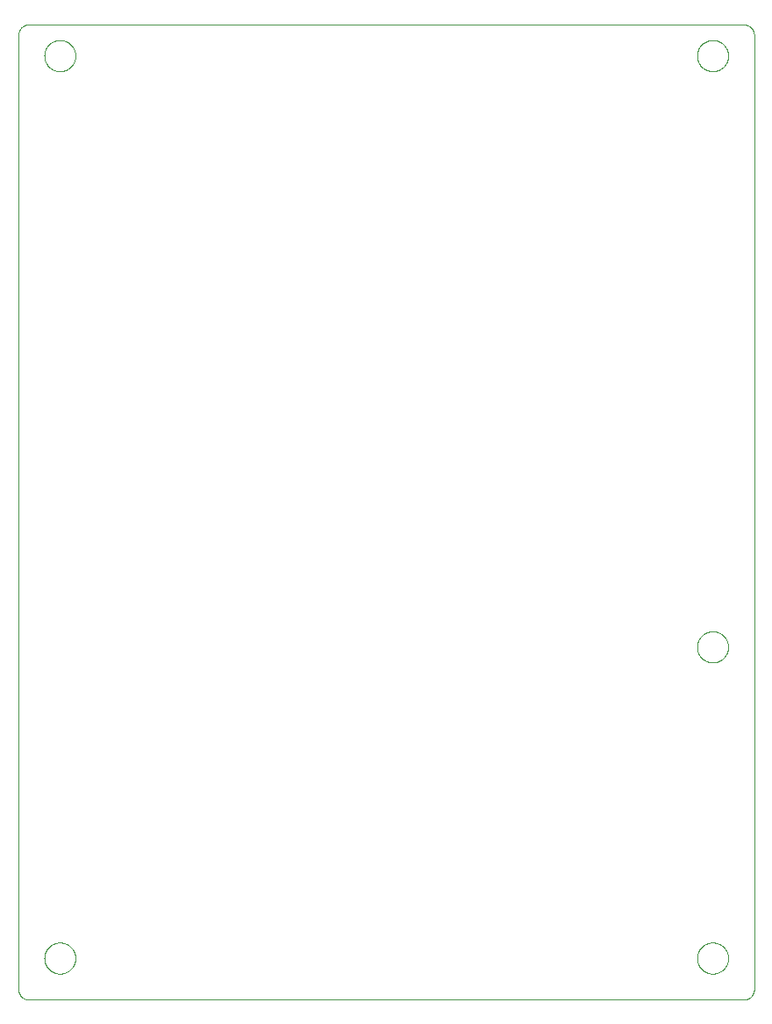
<source format=gtp>
G75*
%MOIN*%
%OFA0B0*%
%FSLAX25Y25*%
%IPPOS*%
%LPD*%
%AMOC8*
5,1,8,0,0,1.08239X$1,22.5*
%
%ADD10C,0.00000*%
D10*
X0005437Y0002252D02*
X0277091Y0002252D01*
X0277215Y0002254D01*
X0277338Y0002260D01*
X0277462Y0002269D01*
X0277584Y0002283D01*
X0277707Y0002300D01*
X0277829Y0002322D01*
X0277950Y0002347D01*
X0278070Y0002376D01*
X0278189Y0002408D01*
X0278308Y0002445D01*
X0278425Y0002485D01*
X0278540Y0002528D01*
X0278655Y0002576D01*
X0278767Y0002627D01*
X0278878Y0002681D01*
X0278988Y0002739D01*
X0279095Y0002800D01*
X0279201Y0002865D01*
X0279304Y0002933D01*
X0279405Y0003004D01*
X0279504Y0003078D01*
X0279601Y0003155D01*
X0279695Y0003236D01*
X0279786Y0003319D01*
X0279875Y0003405D01*
X0279961Y0003494D01*
X0280044Y0003585D01*
X0280125Y0003679D01*
X0280202Y0003776D01*
X0280276Y0003875D01*
X0280347Y0003976D01*
X0280415Y0004079D01*
X0280480Y0004185D01*
X0280541Y0004292D01*
X0280599Y0004402D01*
X0280653Y0004513D01*
X0280704Y0004625D01*
X0280752Y0004740D01*
X0280795Y0004855D01*
X0280835Y0004972D01*
X0280872Y0005091D01*
X0280904Y0005210D01*
X0280933Y0005330D01*
X0280958Y0005451D01*
X0280980Y0005573D01*
X0280997Y0005696D01*
X0281011Y0005818D01*
X0281020Y0005942D01*
X0281026Y0006065D01*
X0281028Y0006189D01*
X0281028Y0368394D01*
X0281026Y0368518D01*
X0281020Y0368641D01*
X0281011Y0368765D01*
X0280997Y0368887D01*
X0280980Y0369010D01*
X0280958Y0369132D01*
X0280933Y0369253D01*
X0280904Y0369373D01*
X0280872Y0369492D01*
X0280835Y0369611D01*
X0280795Y0369728D01*
X0280752Y0369843D01*
X0280704Y0369958D01*
X0280653Y0370070D01*
X0280599Y0370181D01*
X0280541Y0370291D01*
X0280480Y0370398D01*
X0280415Y0370504D01*
X0280347Y0370607D01*
X0280276Y0370708D01*
X0280202Y0370807D01*
X0280125Y0370904D01*
X0280044Y0370998D01*
X0279961Y0371089D01*
X0279875Y0371178D01*
X0279786Y0371264D01*
X0279695Y0371347D01*
X0279601Y0371428D01*
X0279504Y0371505D01*
X0279405Y0371579D01*
X0279304Y0371650D01*
X0279201Y0371718D01*
X0279095Y0371783D01*
X0278988Y0371844D01*
X0278878Y0371902D01*
X0278767Y0371956D01*
X0278655Y0372007D01*
X0278540Y0372055D01*
X0278425Y0372098D01*
X0278308Y0372138D01*
X0278189Y0372175D01*
X0278070Y0372207D01*
X0277950Y0372236D01*
X0277829Y0372261D01*
X0277707Y0372283D01*
X0277584Y0372300D01*
X0277462Y0372314D01*
X0277338Y0372323D01*
X0277215Y0372329D01*
X0277091Y0372331D01*
X0005437Y0372331D01*
X0005313Y0372329D01*
X0005190Y0372323D01*
X0005066Y0372314D01*
X0004944Y0372300D01*
X0004821Y0372283D01*
X0004699Y0372261D01*
X0004578Y0372236D01*
X0004458Y0372207D01*
X0004339Y0372175D01*
X0004220Y0372138D01*
X0004103Y0372098D01*
X0003988Y0372055D01*
X0003873Y0372007D01*
X0003761Y0371956D01*
X0003650Y0371902D01*
X0003540Y0371844D01*
X0003433Y0371783D01*
X0003327Y0371718D01*
X0003224Y0371650D01*
X0003123Y0371579D01*
X0003024Y0371505D01*
X0002927Y0371428D01*
X0002833Y0371347D01*
X0002742Y0371264D01*
X0002653Y0371178D01*
X0002567Y0371089D01*
X0002484Y0370998D01*
X0002403Y0370904D01*
X0002326Y0370807D01*
X0002252Y0370708D01*
X0002181Y0370607D01*
X0002113Y0370504D01*
X0002048Y0370398D01*
X0001987Y0370291D01*
X0001929Y0370181D01*
X0001875Y0370070D01*
X0001824Y0369958D01*
X0001776Y0369843D01*
X0001733Y0369728D01*
X0001693Y0369611D01*
X0001656Y0369492D01*
X0001624Y0369373D01*
X0001595Y0369253D01*
X0001570Y0369132D01*
X0001548Y0369010D01*
X0001531Y0368887D01*
X0001517Y0368765D01*
X0001508Y0368641D01*
X0001502Y0368518D01*
X0001500Y0368394D01*
X0001500Y0006189D01*
X0001502Y0006065D01*
X0001508Y0005942D01*
X0001517Y0005818D01*
X0001531Y0005696D01*
X0001548Y0005573D01*
X0001570Y0005451D01*
X0001595Y0005330D01*
X0001624Y0005210D01*
X0001656Y0005091D01*
X0001693Y0004972D01*
X0001733Y0004855D01*
X0001776Y0004740D01*
X0001824Y0004625D01*
X0001875Y0004513D01*
X0001929Y0004402D01*
X0001987Y0004292D01*
X0002048Y0004185D01*
X0002113Y0004079D01*
X0002181Y0003976D01*
X0002252Y0003875D01*
X0002326Y0003776D01*
X0002403Y0003679D01*
X0002484Y0003585D01*
X0002567Y0003494D01*
X0002653Y0003405D01*
X0002742Y0003319D01*
X0002833Y0003236D01*
X0002927Y0003155D01*
X0003024Y0003078D01*
X0003123Y0003004D01*
X0003224Y0002933D01*
X0003327Y0002865D01*
X0003433Y0002800D01*
X0003540Y0002739D01*
X0003650Y0002681D01*
X0003761Y0002627D01*
X0003873Y0002576D01*
X0003988Y0002528D01*
X0004103Y0002485D01*
X0004220Y0002445D01*
X0004339Y0002408D01*
X0004458Y0002376D01*
X0004578Y0002347D01*
X0004699Y0002322D01*
X0004821Y0002300D01*
X0004944Y0002283D01*
X0005066Y0002269D01*
X0005190Y0002260D01*
X0005313Y0002254D01*
X0005437Y0002252D01*
X0011342Y0018000D02*
X0011344Y0018153D01*
X0011350Y0018307D01*
X0011360Y0018460D01*
X0011374Y0018612D01*
X0011392Y0018765D01*
X0011414Y0018916D01*
X0011439Y0019067D01*
X0011469Y0019218D01*
X0011503Y0019368D01*
X0011540Y0019516D01*
X0011581Y0019664D01*
X0011626Y0019810D01*
X0011675Y0019956D01*
X0011728Y0020100D01*
X0011784Y0020242D01*
X0011844Y0020383D01*
X0011908Y0020523D01*
X0011975Y0020661D01*
X0012046Y0020797D01*
X0012121Y0020931D01*
X0012198Y0021063D01*
X0012280Y0021193D01*
X0012364Y0021321D01*
X0012452Y0021447D01*
X0012543Y0021570D01*
X0012637Y0021691D01*
X0012735Y0021809D01*
X0012835Y0021925D01*
X0012939Y0022038D01*
X0013045Y0022149D01*
X0013154Y0022257D01*
X0013266Y0022362D01*
X0013380Y0022463D01*
X0013498Y0022562D01*
X0013617Y0022658D01*
X0013739Y0022751D01*
X0013864Y0022840D01*
X0013991Y0022927D01*
X0014120Y0023009D01*
X0014251Y0023089D01*
X0014384Y0023165D01*
X0014519Y0023238D01*
X0014656Y0023307D01*
X0014795Y0023372D01*
X0014935Y0023434D01*
X0015077Y0023492D01*
X0015220Y0023547D01*
X0015365Y0023598D01*
X0015511Y0023645D01*
X0015658Y0023688D01*
X0015806Y0023727D01*
X0015955Y0023763D01*
X0016105Y0023794D01*
X0016256Y0023822D01*
X0016407Y0023846D01*
X0016560Y0023866D01*
X0016712Y0023882D01*
X0016865Y0023894D01*
X0017018Y0023902D01*
X0017171Y0023906D01*
X0017325Y0023906D01*
X0017478Y0023902D01*
X0017631Y0023894D01*
X0017784Y0023882D01*
X0017936Y0023866D01*
X0018089Y0023846D01*
X0018240Y0023822D01*
X0018391Y0023794D01*
X0018541Y0023763D01*
X0018690Y0023727D01*
X0018838Y0023688D01*
X0018985Y0023645D01*
X0019131Y0023598D01*
X0019276Y0023547D01*
X0019419Y0023492D01*
X0019561Y0023434D01*
X0019701Y0023372D01*
X0019840Y0023307D01*
X0019977Y0023238D01*
X0020112Y0023165D01*
X0020245Y0023089D01*
X0020376Y0023009D01*
X0020505Y0022927D01*
X0020632Y0022840D01*
X0020757Y0022751D01*
X0020879Y0022658D01*
X0020998Y0022562D01*
X0021116Y0022463D01*
X0021230Y0022362D01*
X0021342Y0022257D01*
X0021451Y0022149D01*
X0021557Y0022038D01*
X0021661Y0021925D01*
X0021761Y0021809D01*
X0021859Y0021691D01*
X0021953Y0021570D01*
X0022044Y0021447D01*
X0022132Y0021321D01*
X0022216Y0021193D01*
X0022298Y0021063D01*
X0022375Y0020931D01*
X0022450Y0020797D01*
X0022521Y0020661D01*
X0022588Y0020523D01*
X0022652Y0020383D01*
X0022712Y0020242D01*
X0022768Y0020100D01*
X0022821Y0019956D01*
X0022870Y0019810D01*
X0022915Y0019664D01*
X0022956Y0019516D01*
X0022993Y0019368D01*
X0023027Y0019218D01*
X0023057Y0019067D01*
X0023082Y0018916D01*
X0023104Y0018765D01*
X0023122Y0018612D01*
X0023136Y0018460D01*
X0023146Y0018307D01*
X0023152Y0018153D01*
X0023154Y0018000D01*
X0023152Y0017847D01*
X0023146Y0017693D01*
X0023136Y0017540D01*
X0023122Y0017388D01*
X0023104Y0017235D01*
X0023082Y0017084D01*
X0023057Y0016933D01*
X0023027Y0016782D01*
X0022993Y0016632D01*
X0022956Y0016484D01*
X0022915Y0016336D01*
X0022870Y0016190D01*
X0022821Y0016044D01*
X0022768Y0015900D01*
X0022712Y0015758D01*
X0022652Y0015617D01*
X0022588Y0015477D01*
X0022521Y0015339D01*
X0022450Y0015203D01*
X0022375Y0015069D01*
X0022298Y0014937D01*
X0022216Y0014807D01*
X0022132Y0014679D01*
X0022044Y0014553D01*
X0021953Y0014430D01*
X0021859Y0014309D01*
X0021761Y0014191D01*
X0021661Y0014075D01*
X0021557Y0013962D01*
X0021451Y0013851D01*
X0021342Y0013743D01*
X0021230Y0013638D01*
X0021116Y0013537D01*
X0020998Y0013438D01*
X0020879Y0013342D01*
X0020757Y0013249D01*
X0020632Y0013160D01*
X0020505Y0013073D01*
X0020376Y0012991D01*
X0020245Y0012911D01*
X0020112Y0012835D01*
X0019977Y0012762D01*
X0019840Y0012693D01*
X0019701Y0012628D01*
X0019561Y0012566D01*
X0019419Y0012508D01*
X0019276Y0012453D01*
X0019131Y0012402D01*
X0018985Y0012355D01*
X0018838Y0012312D01*
X0018690Y0012273D01*
X0018541Y0012237D01*
X0018391Y0012206D01*
X0018240Y0012178D01*
X0018089Y0012154D01*
X0017936Y0012134D01*
X0017784Y0012118D01*
X0017631Y0012106D01*
X0017478Y0012098D01*
X0017325Y0012094D01*
X0017171Y0012094D01*
X0017018Y0012098D01*
X0016865Y0012106D01*
X0016712Y0012118D01*
X0016560Y0012134D01*
X0016407Y0012154D01*
X0016256Y0012178D01*
X0016105Y0012206D01*
X0015955Y0012237D01*
X0015806Y0012273D01*
X0015658Y0012312D01*
X0015511Y0012355D01*
X0015365Y0012402D01*
X0015220Y0012453D01*
X0015077Y0012508D01*
X0014935Y0012566D01*
X0014795Y0012628D01*
X0014656Y0012693D01*
X0014519Y0012762D01*
X0014384Y0012835D01*
X0014251Y0012911D01*
X0014120Y0012991D01*
X0013991Y0013073D01*
X0013864Y0013160D01*
X0013739Y0013249D01*
X0013617Y0013342D01*
X0013498Y0013438D01*
X0013380Y0013537D01*
X0013266Y0013638D01*
X0013154Y0013743D01*
X0013045Y0013851D01*
X0012939Y0013962D01*
X0012835Y0014075D01*
X0012735Y0014191D01*
X0012637Y0014309D01*
X0012543Y0014430D01*
X0012452Y0014553D01*
X0012364Y0014679D01*
X0012280Y0014807D01*
X0012198Y0014937D01*
X0012121Y0015069D01*
X0012046Y0015203D01*
X0011975Y0015339D01*
X0011908Y0015477D01*
X0011844Y0015617D01*
X0011784Y0015758D01*
X0011728Y0015900D01*
X0011675Y0016044D01*
X0011626Y0016190D01*
X0011581Y0016336D01*
X0011540Y0016484D01*
X0011503Y0016632D01*
X0011469Y0016782D01*
X0011439Y0016933D01*
X0011414Y0017084D01*
X0011392Y0017235D01*
X0011374Y0017388D01*
X0011360Y0017540D01*
X0011350Y0017693D01*
X0011344Y0017847D01*
X0011342Y0018000D01*
X0259374Y0018000D02*
X0259376Y0018153D01*
X0259382Y0018307D01*
X0259392Y0018460D01*
X0259406Y0018612D01*
X0259424Y0018765D01*
X0259446Y0018916D01*
X0259471Y0019067D01*
X0259501Y0019218D01*
X0259535Y0019368D01*
X0259572Y0019516D01*
X0259613Y0019664D01*
X0259658Y0019810D01*
X0259707Y0019956D01*
X0259760Y0020100D01*
X0259816Y0020242D01*
X0259876Y0020383D01*
X0259940Y0020523D01*
X0260007Y0020661D01*
X0260078Y0020797D01*
X0260153Y0020931D01*
X0260230Y0021063D01*
X0260312Y0021193D01*
X0260396Y0021321D01*
X0260484Y0021447D01*
X0260575Y0021570D01*
X0260669Y0021691D01*
X0260767Y0021809D01*
X0260867Y0021925D01*
X0260971Y0022038D01*
X0261077Y0022149D01*
X0261186Y0022257D01*
X0261298Y0022362D01*
X0261412Y0022463D01*
X0261530Y0022562D01*
X0261649Y0022658D01*
X0261771Y0022751D01*
X0261896Y0022840D01*
X0262023Y0022927D01*
X0262152Y0023009D01*
X0262283Y0023089D01*
X0262416Y0023165D01*
X0262551Y0023238D01*
X0262688Y0023307D01*
X0262827Y0023372D01*
X0262967Y0023434D01*
X0263109Y0023492D01*
X0263252Y0023547D01*
X0263397Y0023598D01*
X0263543Y0023645D01*
X0263690Y0023688D01*
X0263838Y0023727D01*
X0263987Y0023763D01*
X0264137Y0023794D01*
X0264288Y0023822D01*
X0264439Y0023846D01*
X0264592Y0023866D01*
X0264744Y0023882D01*
X0264897Y0023894D01*
X0265050Y0023902D01*
X0265203Y0023906D01*
X0265357Y0023906D01*
X0265510Y0023902D01*
X0265663Y0023894D01*
X0265816Y0023882D01*
X0265968Y0023866D01*
X0266121Y0023846D01*
X0266272Y0023822D01*
X0266423Y0023794D01*
X0266573Y0023763D01*
X0266722Y0023727D01*
X0266870Y0023688D01*
X0267017Y0023645D01*
X0267163Y0023598D01*
X0267308Y0023547D01*
X0267451Y0023492D01*
X0267593Y0023434D01*
X0267733Y0023372D01*
X0267872Y0023307D01*
X0268009Y0023238D01*
X0268144Y0023165D01*
X0268277Y0023089D01*
X0268408Y0023009D01*
X0268537Y0022927D01*
X0268664Y0022840D01*
X0268789Y0022751D01*
X0268911Y0022658D01*
X0269030Y0022562D01*
X0269148Y0022463D01*
X0269262Y0022362D01*
X0269374Y0022257D01*
X0269483Y0022149D01*
X0269589Y0022038D01*
X0269693Y0021925D01*
X0269793Y0021809D01*
X0269891Y0021691D01*
X0269985Y0021570D01*
X0270076Y0021447D01*
X0270164Y0021321D01*
X0270248Y0021193D01*
X0270330Y0021063D01*
X0270407Y0020931D01*
X0270482Y0020797D01*
X0270553Y0020661D01*
X0270620Y0020523D01*
X0270684Y0020383D01*
X0270744Y0020242D01*
X0270800Y0020100D01*
X0270853Y0019956D01*
X0270902Y0019810D01*
X0270947Y0019664D01*
X0270988Y0019516D01*
X0271025Y0019368D01*
X0271059Y0019218D01*
X0271089Y0019067D01*
X0271114Y0018916D01*
X0271136Y0018765D01*
X0271154Y0018612D01*
X0271168Y0018460D01*
X0271178Y0018307D01*
X0271184Y0018153D01*
X0271186Y0018000D01*
X0271184Y0017847D01*
X0271178Y0017693D01*
X0271168Y0017540D01*
X0271154Y0017388D01*
X0271136Y0017235D01*
X0271114Y0017084D01*
X0271089Y0016933D01*
X0271059Y0016782D01*
X0271025Y0016632D01*
X0270988Y0016484D01*
X0270947Y0016336D01*
X0270902Y0016190D01*
X0270853Y0016044D01*
X0270800Y0015900D01*
X0270744Y0015758D01*
X0270684Y0015617D01*
X0270620Y0015477D01*
X0270553Y0015339D01*
X0270482Y0015203D01*
X0270407Y0015069D01*
X0270330Y0014937D01*
X0270248Y0014807D01*
X0270164Y0014679D01*
X0270076Y0014553D01*
X0269985Y0014430D01*
X0269891Y0014309D01*
X0269793Y0014191D01*
X0269693Y0014075D01*
X0269589Y0013962D01*
X0269483Y0013851D01*
X0269374Y0013743D01*
X0269262Y0013638D01*
X0269148Y0013537D01*
X0269030Y0013438D01*
X0268911Y0013342D01*
X0268789Y0013249D01*
X0268664Y0013160D01*
X0268537Y0013073D01*
X0268408Y0012991D01*
X0268277Y0012911D01*
X0268144Y0012835D01*
X0268009Y0012762D01*
X0267872Y0012693D01*
X0267733Y0012628D01*
X0267593Y0012566D01*
X0267451Y0012508D01*
X0267308Y0012453D01*
X0267163Y0012402D01*
X0267017Y0012355D01*
X0266870Y0012312D01*
X0266722Y0012273D01*
X0266573Y0012237D01*
X0266423Y0012206D01*
X0266272Y0012178D01*
X0266121Y0012154D01*
X0265968Y0012134D01*
X0265816Y0012118D01*
X0265663Y0012106D01*
X0265510Y0012098D01*
X0265357Y0012094D01*
X0265203Y0012094D01*
X0265050Y0012098D01*
X0264897Y0012106D01*
X0264744Y0012118D01*
X0264592Y0012134D01*
X0264439Y0012154D01*
X0264288Y0012178D01*
X0264137Y0012206D01*
X0263987Y0012237D01*
X0263838Y0012273D01*
X0263690Y0012312D01*
X0263543Y0012355D01*
X0263397Y0012402D01*
X0263252Y0012453D01*
X0263109Y0012508D01*
X0262967Y0012566D01*
X0262827Y0012628D01*
X0262688Y0012693D01*
X0262551Y0012762D01*
X0262416Y0012835D01*
X0262283Y0012911D01*
X0262152Y0012991D01*
X0262023Y0013073D01*
X0261896Y0013160D01*
X0261771Y0013249D01*
X0261649Y0013342D01*
X0261530Y0013438D01*
X0261412Y0013537D01*
X0261298Y0013638D01*
X0261186Y0013743D01*
X0261077Y0013851D01*
X0260971Y0013962D01*
X0260867Y0014075D01*
X0260767Y0014191D01*
X0260669Y0014309D01*
X0260575Y0014430D01*
X0260484Y0014553D01*
X0260396Y0014679D01*
X0260312Y0014807D01*
X0260230Y0014937D01*
X0260153Y0015069D01*
X0260078Y0015203D01*
X0260007Y0015339D01*
X0259940Y0015477D01*
X0259876Y0015617D01*
X0259816Y0015758D01*
X0259760Y0015900D01*
X0259707Y0016044D01*
X0259658Y0016190D01*
X0259613Y0016336D01*
X0259572Y0016484D01*
X0259535Y0016632D01*
X0259501Y0016782D01*
X0259471Y0016933D01*
X0259446Y0017084D01*
X0259424Y0017235D01*
X0259406Y0017388D01*
X0259392Y0017540D01*
X0259382Y0017693D01*
X0259376Y0017847D01*
X0259374Y0018000D01*
X0259374Y0136110D02*
X0259376Y0136263D01*
X0259382Y0136417D01*
X0259392Y0136570D01*
X0259406Y0136722D01*
X0259424Y0136875D01*
X0259446Y0137026D01*
X0259471Y0137177D01*
X0259501Y0137328D01*
X0259535Y0137478D01*
X0259572Y0137626D01*
X0259613Y0137774D01*
X0259658Y0137920D01*
X0259707Y0138066D01*
X0259760Y0138210D01*
X0259816Y0138352D01*
X0259876Y0138493D01*
X0259940Y0138633D01*
X0260007Y0138771D01*
X0260078Y0138907D01*
X0260153Y0139041D01*
X0260230Y0139173D01*
X0260312Y0139303D01*
X0260396Y0139431D01*
X0260484Y0139557D01*
X0260575Y0139680D01*
X0260669Y0139801D01*
X0260767Y0139919D01*
X0260867Y0140035D01*
X0260971Y0140148D01*
X0261077Y0140259D01*
X0261186Y0140367D01*
X0261298Y0140472D01*
X0261412Y0140573D01*
X0261530Y0140672D01*
X0261649Y0140768D01*
X0261771Y0140861D01*
X0261896Y0140950D01*
X0262023Y0141037D01*
X0262152Y0141119D01*
X0262283Y0141199D01*
X0262416Y0141275D01*
X0262551Y0141348D01*
X0262688Y0141417D01*
X0262827Y0141482D01*
X0262967Y0141544D01*
X0263109Y0141602D01*
X0263252Y0141657D01*
X0263397Y0141708D01*
X0263543Y0141755D01*
X0263690Y0141798D01*
X0263838Y0141837D01*
X0263987Y0141873D01*
X0264137Y0141904D01*
X0264288Y0141932D01*
X0264439Y0141956D01*
X0264592Y0141976D01*
X0264744Y0141992D01*
X0264897Y0142004D01*
X0265050Y0142012D01*
X0265203Y0142016D01*
X0265357Y0142016D01*
X0265510Y0142012D01*
X0265663Y0142004D01*
X0265816Y0141992D01*
X0265968Y0141976D01*
X0266121Y0141956D01*
X0266272Y0141932D01*
X0266423Y0141904D01*
X0266573Y0141873D01*
X0266722Y0141837D01*
X0266870Y0141798D01*
X0267017Y0141755D01*
X0267163Y0141708D01*
X0267308Y0141657D01*
X0267451Y0141602D01*
X0267593Y0141544D01*
X0267733Y0141482D01*
X0267872Y0141417D01*
X0268009Y0141348D01*
X0268144Y0141275D01*
X0268277Y0141199D01*
X0268408Y0141119D01*
X0268537Y0141037D01*
X0268664Y0140950D01*
X0268789Y0140861D01*
X0268911Y0140768D01*
X0269030Y0140672D01*
X0269148Y0140573D01*
X0269262Y0140472D01*
X0269374Y0140367D01*
X0269483Y0140259D01*
X0269589Y0140148D01*
X0269693Y0140035D01*
X0269793Y0139919D01*
X0269891Y0139801D01*
X0269985Y0139680D01*
X0270076Y0139557D01*
X0270164Y0139431D01*
X0270248Y0139303D01*
X0270330Y0139173D01*
X0270407Y0139041D01*
X0270482Y0138907D01*
X0270553Y0138771D01*
X0270620Y0138633D01*
X0270684Y0138493D01*
X0270744Y0138352D01*
X0270800Y0138210D01*
X0270853Y0138066D01*
X0270902Y0137920D01*
X0270947Y0137774D01*
X0270988Y0137626D01*
X0271025Y0137478D01*
X0271059Y0137328D01*
X0271089Y0137177D01*
X0271114Y0137026D01*
X0271136Y0136875D01*
X0271154Y0136722D01*
X0271168Y0136570D01*
X0271178Y0136417D01*
X0271184Y0136263D01*
X0271186Y0136110D01*
X0271184Y0135957D01*
X0271178Y0135803D01*
X0271168Y0135650D01*
X0271154Y0135498D01*
X0271136Y0135345D01*
X0271114Y0135194D01*
X0271089Y0135043D01*
X0271059Y0134892D01*
X0271025Y0134742D01*
X0270988Y0134594D01*
X0270947Y0134446D01*
X0270902Y0134300D01*
X0270853Y0134154D01*
X0270800Y0134010D01*
X0270744Y0133868D01*
X0270684Y0133727D01*
X0270620Y0133587D01*
X0270553Y0133449D01*
X0270482Y0133313D01*
X0270407Y0133179D01*
X0270330Y0133047D01*
X0270248Y0132917D01*
X0270164Y0132789D01*
X0270076Y0132663D01*
X0269985Y0132540D01*
X0269891Y0132419D01*
X0269793Y0132301D01*
X0269693Y0132185D01*
X0269589Y0132072D01*
X0269483Y0131961D01*
X0269374Y0131853D01*
X0269262Y0131748D01*
X0269148Y0131647D01*
X0269030Y0131548D01*
X0268911Y0131452D01*
X0268789Y0131359D01*
X0268664Y0131270D01*
X0268537Y0131183D01*
X0268408Y0131101D01*
X0268277Y0131021D01*
X0268144Y0130945D01*
X0268009Y0130872D01*
X0267872Y0130803D01*
X0267733Y0130738D01*
X0267593Y0130676D01*
X0267451Y0130618D01*
X0267308Y0130563D01*
X0267163Y0130512D01*
X0267017Y0130465D01*
X0266870Y0130422D01*
X0266722Y0130383D01*
X0266573Y0130347D01*
X0266423Y0130316D01*
X0266272Y0130288D01*
X0266121Y0130264D01*
X0265968Y0130244D01*
X0265816Y0130228D01*
X0265663Y0130216D01*
X0265510Y0130208D01*
X0265357Y0130204D01*
X0265203Y0130204D01*
X0265050Y0130208D01*
X0264897Y0130216D01*
X0264744Y0130228D01*
X0264592Y0130244D01*
X0264439Y0130264D01*
X0264288Y0130288D01*
X0264137Y0130316D01*
X0263987Y0130347D01*
X0263838Y0130383D01*
X0263690Y0130422D01*
X0263543Y0130465D01*
X0263397Y0130512D01*
X0263252Y0130563D01*
X0263109Y0130618D01*
X0262967Y0130676D01*
X0262827Y0130738D01*
X0262688Y0130803D01*
X0262551Y0130872D01*
X0262416Y0130945D01*
X0262283Y0131021D01*
X0262152Y0131101D01*
X0262023Y0131183D01*
X0261896Y0131270D01*
X0261771Y0131359D01*
X0261649Y0131452D01*
X0261530Y0131548D01*
X0261412Y0131647D01*
X0261298Y0131748D01*
X0261186Y0131853D01*
X0261077Y0131961D01*
X0260971Y0132072D01*
X0260867Y0132185D01*
X0260767Y0132301D01*
X0260669Y0132419D01*
X0260575Y0132540D01*
X0260484Y0132663D01*
X0260396Y0132789D01*
X0260312Y0132917D01*
X0260230Y0133047D01*
X0260153Y0133179D01*
X0260078Y0133313D01*
X0260007Y0133449D01*
X0259940Y0133587D01*
X0259876Y0133727D01*
X0259816Y0133868D01*
X0259760Y0134010D01*
X0259707Y0134154D01*
X0259658Y0134300D01*
X0259613Y0134446D01*
X0259572Y0134594D01*
X0259535Y0134742D01*
X0259501Y0134892D01*
X0259471Y0135043D01*
X0259446Y0135194D01*
X0259424Y0135345D01*
X0259406Y0135498D01*
X0259392Y0135650D01*
X0259382Y0135803D01*
X0259376Y0135957D01*
X0259374Y0136110D01*
X0259374Y0360520D02*
X0259376Y0360673D01*
X0259382Y0360827D01*
X0259392Y0360980D01*
X0259406Y0361132D01*
X0259424Y0361285D01*
X0259446Y0361436D01*
X0259471Y0361587D01*
X0259501Y0361738D01*
X0259535Y0361888D01*
X0259572Y0362036D01*
X0259613Y0362184D01*
X0259658Y0362330D01*
X0259707Y0362476D01*
X0259760Y0362620D01*
X0259816Y0362762D01*
X0259876Y0362903D01*
X0259940Y0363043D01*
X0260007Y0363181D01*
X0260078Y0363317D01*
X0260153Y0363451D01*
X0260230Y0363583D01*
X0260312Y0363713D01*
X0260396Y0363841D01*
X0260484Y0363967D01*
X0260575Y0364090D01*
X0260669Y0364211D01*
X0260767Y0364329D01*
X0260867Y0364445D01*
X0260971Y0364558D01*
X0261077Y0364669D01*
X0261186Y0364777D01*
X0261298Y0364882D01*
X0261412Y0364983D01*
X0261530Y0365082D01*
X0261649Y0365178D01*
X0261771Y0365271D01*
X0261896Y0365360D01*
X0262023Y0365447D01*
X0262152Y0365529D01*
X0262283Y0365609D01*
X0262416Y0365685D01*
X0262551Y0365758D01*
X0262688Y0365827D01*
X0262827Y0365892D01*
X0262967Y0365954D01*
X0263109Y0366012D01*
X0263252Y0366067D01*
X0263397Y0366118D01*
X0263543Y0366165D01*
X0263690Y0366208D01*
X0263838Y0366247D01*
X0263987Y0366283D01*
X0264137Y0366314D01*
X0264288Y0366342D01*
X0264439Y0366366D01*
X0264592Y0366386D01*
X0264744Y0366402D01*
X0264897Y0366414D01*
X0265050Y0366422D01*
X0265203Y0366426D01*
X0265357Y0366426D01*
X0265510Y0366422D01*
X0265663Y0366414D01*
X0265816Y0366402D01*
X0265968Y0366386D01*
X0266121Y0366366D01*
X0266272Y0366342D01*
X0266423Y0366314D01*
X0266573Y0366283D01*
X0266722Y0366247D01*
X0266870Y0366208D01*
X0267017Y0366165D01*
X0267163Y0366118D01*
X0267308Y0366067D01*
X0267451Y0366012D01*
X0267593Y0365954D01*
X0267733Y0365892D01*
X0267872Y0365827D01*
X0268009Y0365758D01*
X0268144Y0365685D01*
X0268277Y0365609D01*
X0268408Y0365529D01*
X0268537Y0365447D01*
X0268664Y0365360D01*
X0268789Y0365271D01*
X0268911Y0365178D01*
X0269030Y0365082D01*
X0269148Y0364983D01*
X0269262Y0364882D01*
X0269374Y0364777D01*
X0269483Y0364669D01*
X0269589Y0364558D01*
X0269693Y0364445D01*
X0269793Y0364329D01*
X0269891Y0364211D01*
X0269985Y0364090D01*
X0270076Y0363967D01*
X0270164Y0363841D01*
X0270248Y0363713D01*
X0270330Y0363583D01*
X0270407Y0363451D01*
X0270482Y0363317D01*
X0270553Y0363181D01*
X0270620Y0363043D01*
X0270684Y0362903D01*
X0270744Y0362762D01*
X0270800Y0362620D01*
X0270853Y0362476D01*
X0270902Y0362330D01*
X0270947Y0362184D01*
X0270988Y0362036D01*
X0271025Y0361888D01*
X0271059Y0361738D01*
X0271089Y0361587D01*
X0271114Y0361436D01*
X0271136Y0361285D01*
X0271154Y0361132D01*
X0271168Y0360980D01*
X0271178Y0360827D01*
X0271184Y0360673D01*
X0271186Y0360520D01*
X0271184Y0360367D01*
X0271178Y0360213D01*
X0271168Y0360060D01*
X0271154Y0359908D01*
X0271136Y0359755D01*
X0271114Y0359604D01*
X0271089Y0359453D01*
X0271059Y0359302D01*
X0271025Y0359152D01*
X0270988Y0359004D01*
X0270947Y0358856D01*
X0270902Y0358710D01*
X0270853Y0358564D01*
X0270800Y0358420D01*
X0270744Y0358278D01*
X0270684Y0358137D01*
X0270620Y0357997D01*
X0270553Y0357859D01*
X0270482Y0357723D01*
X0270407Y0357589D01*
X0270330Y0357457D01*
X0270248Y0357327D01*
X0270164Y0357199D01*
X0270076Y0357073D01*
X0269985Y0356950D01*
X0269891Y0356829D01*
X0269793Y0356711D01*
X0269693Y0356595D01*
X0269589Y0356482D01*
X0269483Y0356371D01*
X0269374Y0356263D01*
X0269262Y0356158D01*
X0269148Y0356057D01*
X0269030Y0355958D01*
X0268911Y0355862D01*
X0268789Y0355769D01*
X0268664Y0355680D01*
X0268537Y0355593D01*
X0268408Y0355511D01*
X0268277Y0355431D01*
X0268144Y0355355D01*
X0268009Y0355282D01*
X0267872Y0355213D01*
X0267733Y0355148D01*
X0267593Y0355086D01*
X0267451Y0355028D01*
X0267308Y0354973D01*
X0267163Y0354922D01*
X0267017Y0354875D01*
X0266870Y0354832D01*
X0266722Y0354793D01*
X0266573Y0354757D01*
X0266423Y0354726D01*
X0266272Y0354698D01*
X0266121Y0354674D01*
X0265968Y0354654D01*
X0265816Y0354638D01*
X0265663Y0354626D01*
X0265510Y0354618D01*
X0265357Y0354614D01*
X0265203Y0354614D01*
X0265050Y0354618D01*
X0264897Y0354626D01*
X0264744Y0354638D01*
X0264592Y0354654D01*
X0264439Y0354674D01*
X0264288Y0354698D01*
X0264137Y0354726D01*
X0263987Y0354757D01*
X0263838Y0354793D01*
X0263690Y0354832D01*
X0263543Y0354875D01*
X0263397Y0354922D01*
X0263252Y0354973D01*
X0263109Y0355028D01*
X0262967Y0355086D01*
X0262827Y0355148D01*
X0262688Y0355213D01*
X0262551Y0355282D01*
X0262416Y0355355D01*
X0262283Y0355431D01*
X0262152Y0355511D01*
X0262023Y0355593D01*
X0261896Y0355680D01*
X0261771Y0355769D01*
X0261649Y0355862D01*
X0261530Y0355958D01*
X0261412Y0356057D01*
X0261298Y0356158D01*
X0261186Y0356263D01*
X0261077Y0356371D01*
X0260971Y0356482D01*
X0260867Y0356595D01*
X0260767Y0356711D01*
X0260669Y0356829D01*
X0260575Y0356950D01*
X0260484Y0357073D01*
X0260396Y0357199D01*
X0260312Y0357327D01*
X0260230Y0357457D01*
X0260153Y0357589D01*
X0260078Y0357723D01*
X0260007Y0357859D01*
X0259940Y0357997D01*
X0259876Y0358137D01*
X0259816Y0358278D01*
X0259760Y0358420D01*
X0259707Y0358564D01*
X0259658Y0358710D01*
X0259613Y0358856D01*
X0259572Y0359004D01*
X0259535Y0359152D01*
X0259501Y0359302D01*
X0259471Y0359453D01*
X0259446Y0359604D01*
X0259424Y0359755D01*
X0259406Y0359908D01*
X0259392Y0360060D01*
X0259382Y0360213D01*
X0259376Y0360367D01*
X0259374Y0360520D01*
X0011342Y0360520D02*
X0011344Y0360673D01*
X0011350Y0360827D01*
X0011360Y0360980D01*
X0011374Y0361132D01*
X0011392Y0361285D01*
X0011414Y0361436D01*
X0011439Y0361587D01*
X0011469Y0361738D01*
X0011503Y0361888D01*
X0011540Y0362036D01*
X0011581Y0362184D01*
X0011626Y0362330D01*
X0011675Y0362476D01*
X0011728Y0362620D01*
X0011784Y0362762D01*
X0011844Y0362903D01*
X0011908Y0363043D01*
X0011975Y0363181D01*
X0012046Y0363317D01*
X0012121Y0363451D01*
X0012198Y0363583D01*
X0012280Y0363713D01*
X0012364Y0363841D01*
X0012452Y0363967D01*
X0012543Y0364090D01*
X0012637Y0364211D01*
X0012735Y0364329D01*
X0012835Y0364445D01*
X0012939Y0364558D01*
X0013045Y0364669D01*
X0013154Y0364777D01*
X0013266Y0364882D01*
X0013380Y0364983D01*
X0013498Y0365082D01*
X0013617Y0365178D01*
X0013739Y0365271D01*
X0013864Y0365360D01*
X0013991Y0365447D01*
X0014120Y0365529D01*
X0014251Y0365609D01*
X0014384Y0365685D01*
X0014519Y0365758D01*
X0014656Y0365827D01*
X0014795Y0365892D01*
X0014935Y0365954D01*
X0015077Y0366012D01*
X0015220Y0366067D01*
X0015365Y0366118D01*
X0015511Y0366165D01*
X0015658Y0366208D01*
X0015806Y0366247D01*
X0015955Y0366283D01*
X0016105Y0366314D01*
X0016256Y0366342D01*
X0016407Y0366366D01*
X0016560Y0366386D01*
X0016712Y0366402D01*
X0016865Y0366414D01*
X0017018Y0366422D01*
X0017171Y0366426D01*
X0017325Y0366426D01*
X0017478Y0366422D01*
X0017631Y0366414D01*
X0017784Y0366402D01*
X0017936Y0366386D01*
X0018089Y0366366D01*
X0018240Y0366342D01*
X0018391Y0366314D01*
X0018541Y0366283D01*
X0018690Y0366247D01*
X0018838Y0366208D01*
X0018985Y0366165D01*
X0019131Y0366118D01*
X0019276Y0366067D01*
X0019419Y0366012D01*
X0019561Y0365954D01*
X0019701Y0365892D01*
X0019840Y0365827D01*
X0019977Y0365758D01*
X0020112Y0365685D01*
X0020245Y0365609D01*
X0020376Y0365529D01*
X0020505Y0365447D01*
X0020632Y0365360D01*
X0020757Y0365271D01*
X0020879Y0365178D01*
X0020998Y0365082D01*
X0021116Y0364983D01*
X0021230Y0364882D01*
X0021342Y0364777D01*
X0021451Y0364669D01*
X0021557Y0364558D01*
X0021661Y0364445D01*
X0021761Y0364329D01*
X0021859Y0364211D01*
X0021953Y0364090D01*
X0022044Y0363967D01*
X0022132Y0363841D01*
X0022216Y0363713D01*
X0022298Y0363583D01*
X0022375Y0363451D01*
X0022450Y0363317D01*
X0022521Y0363181D01*
X0022588Y0363043D01*
X0022652Y0362903D01*
X0022712Y0362762D01*
X0022768Y0362620D01*
X0022821Y0362476D01*
X0022870Y0362330D01*
X0022915Y0362184D01*
X0022956Y0362036D01*
X0022993Y0361888D01*
X0023027Y0361738D01*
X0023057Y0361587D01*
X0023082Y0361436D01*
X0023104Y0361285D01*
X0023122Y0361132D01*
X0023136Y0360980D01*
X0023146Y0360827D01*
X0023152Y0360673D01*
X0023154Y0360520D01*
X0023152Y0360367D01*
X0023146Y0360213D01*
X0023136Y0360060D01*
X0023122Y0359908D01*
X0023104Y0359755D01*
X0023082Y0359604D01*
X0023057Y0359453D01*
X0023027Y0359302D01*
X0022993Y0359152D01*
X0022956Y0359004D01*
X0022915Y0358856D01*
X0022870Y0358710D01*
X0022821Y0358564D01*
X0022768Y0358420D01*
X0022712Y0358278D01*
X0022652Y0358137D01*
X0022588Y0357997D01*
X0022521Y0357859D01*
X0022450Y0357723D01*
X0022375Y0357589D01*
X0022298Y0357457D01*
X0022216Y0357327D01*
X0022132Y0357199D01*
X0022044Y0357073D01*
X0021953Y0356950D01*
X0021859Y0356829D01*
X0021761Y0356711D01*
X0021661Y0356595D01*
X0021557Y0356482D01*
X0021451Y0356371D01*
X0021342Y0356263D01*
X0021230Y0356158D01*
X0021116Y0356057D01*
X0020998Y0355958D01*
X0020879Y0355862D01*
X0020757Y0355769D01*
X0020632Y0355680D01*
X0020505Y0355593D01*
X0020376Y0355511D01*
X0020245Y0355431D01*
X0020112Y0355355D01*
X0019977Y0355282D01*
X0019840Y0355213D01*
X0019701Y0355148D01*
X0019561Y0355086D01*
X0019419Y0355028D01*
X0019276Y0354973D01*
X0019131Y0354922D01*
X0018985Y0354875D01*
X0018838Y0354832D01*
X0018690Y0354793D01*
X0018541Y0354757D01*
X0018391Y0354726D01*
X0018240Y0354698D01*
X0018089Y0354674D01*
X0017936Y0354654D01*
X0017784Y0354638D01*
X0017631Y0354626D01*
X0017478Y0354618D01*
X0017325Y0354614D01*
X0017171Y0354614D01*
X0017018Y0354618D01*
X0016865Y0354626D01*
X0016712Y0354638D01*
X0016560Y0354654D01*
X0016407Y0354674D01*
X0016256Y0354698D01*
X0016105Y0354726D01*
X0015955Y0354757D01*
X0015806Y0354793D01*
X0015658Y0354832D01*
X0015511Y0354875D01*
X0015365Y0354922D01*
X0015220Y0354973D01*
X0015077Y0355028D01*
X0014935Y0355086D01*
X0014795Y0355148D01*
X0014656Y0355213D01*
X0014519Y0355282D01*
X0014384Y0355355D01*
X0014251Y0355431D01*
X0014120Y0355511D01*
X0013991Y0355593D01*
X0013864Y0355680D01*
X0013739Y0355769D01*
X0013617Y0355862D01*
X0013498Y0355958D01*
X0013380Y0356057D01*
X0013266Y0356158D01*
X0013154Y0356263D01*
X0013045Y0356371D01*
X0012939Y0356482D01*
X0012835Y0356595D01*
X0012735Y0356711D01*
X0012637Y0356829D01*
X0012543Y0356950D01*
X0012452Y0357073D01*
X0012364Y0357199D01*
X0012280Y0357327D01*
X0012198Y0357457D01*
X0012121Y0357589D01*
X0012046Y0357723D01*
X0011975Y0357859D01*
X0011908Y0357997D01*
X0011844Y0358137D01*
X0011784Y0358278D01*
X0011728Y0358420D01*
X0011675Y0358564D01*
X0011626Y0358710D01*
X0011581Y0358856D01*
X0011540Y0359004D01*
X0011503Y0359152D01*
X0011469Y0359302D01*
X0011439Y0359453D01*
X0011414Y0359604D01*
X0011392Y0359755D01*
X0011374Y0359908D01*
X0011360Y0360060D01*
X0011350Y0360213D01*
X0011344Y0360367D01*
X0011342Y0360520D01*
M02*

</source>
